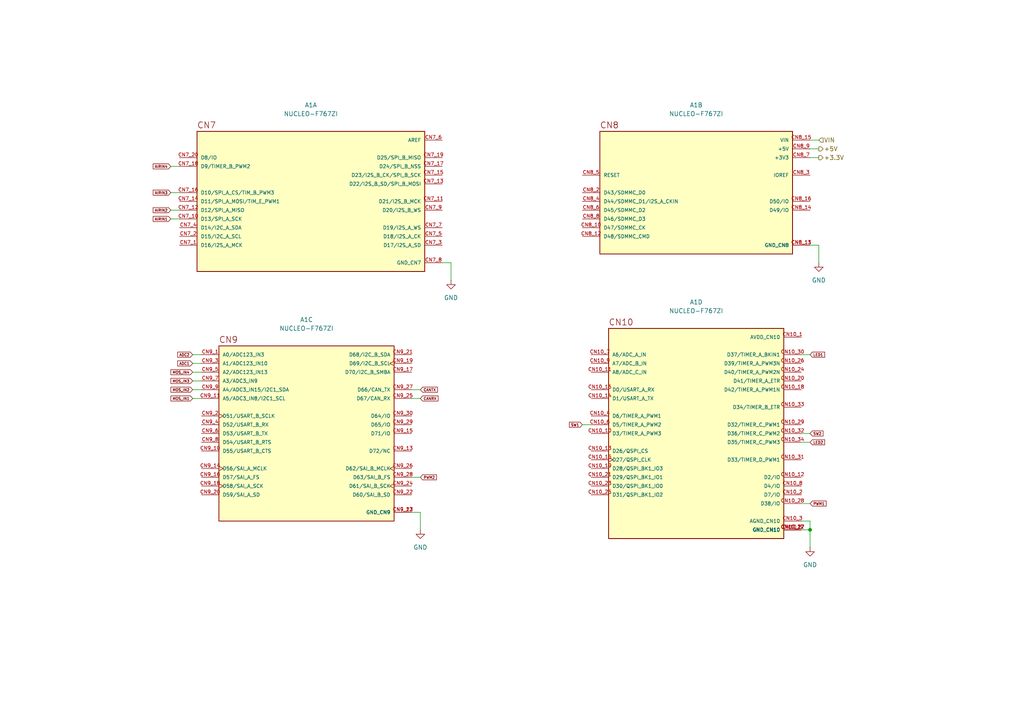
<source format=kicad_sch>
(kicad_sch (version 20231120) (generator "eeschema") (generator_version "8.0")
  (paper "A4")
  (title_block (title "Nucleo-F767-Base-Board") (date "2024-07-27") (rev "V1.0"))
  (lib_symbols
    (symbol "NUCLEO-F767ZI:NUCLEO-F767ZI" (pin_names (offset 1.016))
      (property "Reference" "A" (at -12.7 57.15 0))
      (property "Value" "NUCLEO-F767ZI" (at -12.7 -57.15 0))
      (symbol "NUCLEO-F767ZI_1_0"
        (rectangle (start -33.02 -20.32) (end 33.02 20.32) (stroke (width 0.254)) (fill (type background)))
        (text "CN7" (at -33.02 21.082 0) (effects (font (size 1.778 1.778)) (justify left bottom)))
        (pin bidirectional line (at -38.1 -12.7 0) (length 5.08) (name "D16/I2S_A_MCK") (number "CN7_1"))
        (pin bidirectional line (at -38.1 -5.08 0) (length 5.08) (name "D13/SPI_A_SCK") (number "CN7_10"))
        (pin bidirectional line (at 38.1 0 180) (length 5.08) (name "D21/I2S_B_MCK") (number "CN7_11"))
        (pin bidirectional line (at -38.1 -2.54 0) (length 5.08) (name "D12/SPI_A_MISO") (number "CN7_12"))
        (pin bidirectional line (at 38.1 5.08 180) (length 5.08) (name "D22/I2S_B_SD/SPI_B_MOSI") (number "CN7_13"))
        (pin bidirectional line (at -38.1 0 0) (length 5.08) (name "D11/SPI_A_MOSI/TIM_E_PWM1") (number "CN7_14"))
        (pin bidirectional line (at 38.1 7.62 180) (length 5.08) (name "D23/I2S_B_CK/SPI_B_SCK") (number "CN7_15"))
        (pin bidirectional line (at -38.1 2.54 0) (length 5.08) (name "D10/SPI_A_CS/TIM_B_PWM3") (number "CN7_16"))
        (pin bidirectional line (at 38.1 10.16 180) (length 5.08) (name "D24/SPI_B_NSS") (number "CN7_17"))
        (pin bidirectional line (at -38.1 10.16 0) (length 5.08) (name "D9/TIMER_B_PWM2") (number "CN7_18"))
        (pin bidirectional line (at 38.1 12.7 180) (length 5.08) (name "D25/SPI_B_MISO") (number "CN7_19"))
        (pin bidirectional line (at -38.1 -10.16 0) (length 5.08) (name "D15/I2C_A_SCL") (number "CN7_2"))
        (pin bidirectional line (at -38.1 12.7 0) (length 5.08) (name "D8/IO") (number "CN7_20"))
        (pin bidirectional line (at 38.1 -12.7 180) (length 5.08) (name "D17/I2S_A_SD") (number "CN7_3"))
        (pin bidirectional line (at -38.1 -7.62 0) (length 5.08) (name "D14/I2C_A_SDA") (number "CN7_4"))
        (pin bidirectional line (at 38.1 -10.16 180) (length 5.08) (name "D18/I2S_A_CK") (number "CN7_5"))
        (pin power_in line (at 38.1 17.78 180) (length 5.08) (name "AREF") (number "CN7_6"))
        (pin bidirectional line (at 38.1 -7.62 180) (length 5.08) (name "D19/I2S_A_WS") (number "CN7_7"))
        (pin power_in line (at 38.1 -17.78 180) (length 5.08) (name "GND_CN7") (number "CN7_8"))
        (pin bidirectional line (at 38.1 -2.54 180) (length 5.08) (name "D20/I2S_B_WS") (number "CN7_9"))
      )
      (symbol "NUCLEO-F767ZI_2_0"
        (rectangle (start -27.94 -17.78) (end 27.94 17.78) (stroke (width 0.254)) (fill (type background)))
        (text "CN8" (at -27.94 18.542 0) (effects (font (size 1.778 1.778)) (justify left bottom)))
        (pin bidirectional line (at -33.02 -10.16 0) (length 5.08) (name "D47/SDMMC_CK") (number "CN8_10"))
        (pin power_in line (at 33.02 -15.24 180) (length 5.08) (name "GND_CN8") (number "CN8_11"))
        (pin bidirectional line (at -33.02 -12.7 0) (length 5.08) (name "D48/SDMMC_CMD") (number "CN8_12"))
        (pin power_in line (at 33.02 -15.24 180) (length 5.08) (name "GND_CN8") (number "CN8_13"))
        (pin bidirectional line (at 33.02 -5.08 180) (length 5.08) (name "D49/IO") (number "CN8_14"))
        (pin power_in line (at 33.02 15.24 180) (length 5.08) (name "VIN") (number "CN8_15"))
        (pin bidirectional line (at 33.02 -2.54 180) (length 5.08) (name "D50/IO") (number "CN8_16"))
        (pin bidirectional line (at -33.02 0 0) (length 5.08) (name "D43/SDMMC_D0") (number "CN8_2"))
        (pin bidirectional line (at 33.02 5.08 180) (length 5.08) (name "IOREF") (number "CN8_3"))
        (pin bidirectional line (at -33.02 -2.54 0) (length 5.08) (name "D44/SDMMC_D1/I2S_A_CKIN") (number "CN8_4"))
        (pin bidirectional line (at -33.02 5.08 0) (length 5.08) (name "RESET") (number "CN8_5"))
        (pin bidirectional line (at -33.02 -5.08 0) (length 5.08) (name "D45/SDMMC_D2") (number "CN8_6"))
        (pin power_in line (at 33.02 10.16 180) (length 5.08) (name "+3V3") (number "CN8_7"))
        (pin bidirectional line (at -33.02 -7.62 0) (length 5.08) (name "D46/SDMMC_D3") (number "CN8_8"))
        (pin power_in line (at 33.02 12.7 180) (length 5.08) (name "+5V") (number "CN8_9"))
      )
      (symbol "NUCLEO-F767ZI_3_0"
        (rectangle (start -25.4 -25.4) (end 25.4 25.4) (stroke (width 0.254)) (fill (type background)))
        (text "CN9" (at -25.4 26.162 0) (effects (font (size 1.778 1.778)) (justify left bottom)))
        (pin input line (at -30.48 22.86 0) (length 5.08) (name "A0/ADC123_IN3") (number "CN9_1"))
        (pin bidirectional line (at -30.48 -5.08 0) (length 5.08) (name "D55/USART_B_CTS") (number "CN9_10"))
        (pin input line (at -30.48 10.16 0) (length 5.08) (name "A5/ADC3_IN8/I2C1_SCL") (number "CN9_11"))
        (pin power_in line (at 30.48 -22.86 180) (length 5.08) (name "GND_CN9") (number "CN9_12"))
        (pin bidirectional line (at 30.48 -5.08 180) (length 5.08) (name "D72/NC") (number "CN9_13"))
        (pin bidirectional clock (at -30.48 -10.16 0) (length 5.08) (name "D56/SAI_A_MCLK") (number "CN9_14"))
        (pin bidirectional line (at 30.48 0 180) (length 5.08) (name "D71/IO") (number "CN9_15"))
        (pin bidirectional line (at -30.48 -12.7 0) (length 5.08) (name "D57/SAI_A_FS") (number "CN9_16"))
        (pin bidirectional line (at 30.48 17.78 180) (length 5.08) (name "D70/I2C_B_SMBA") (number "CN9_17"))
        (pin bidirectional clock (at -30.48 -15.24 0) (length 5.08) (name "D58/SAI_A_SCK") (number "CN9_18"))
        (pin bidirectional clock (at 30.48 20.32 180) (length 5.08) (name "D69/I2C_B_SCL") (number "CN9_19"))
        (pin bidirectional clock (at -30.48 5.08 0) (length 5.08) (name "D51/USART_B_SCLK") (number "CN9_2"))
        (pin bidirectional line (at -30.48 -17.78 0) (length 5.08) (name "D59/SAI_A_SD") (number "CN9_20"))
        (pin bidirectional line (at 30.48 22.86 180) (length 5.08) (name "D68/I2C_B_SDA") (number "CN9_21"))
        (pin bidirectional line (at 30.48 -17.78 180) (length 5.08) (name "D60/SAI_B_SD") (number "CN9_22"))
        (pin power_in line (at 30.48 -22.86 180) (length 5.08) (name "GND_CN9") (number "CN9_23"))
        (pin bidirectional clock (at 30.48 -15.24 180) (length 5.08) (name "D61/SAI_B_SCK") (number "CN9_24"))
        (pin input line (at 30.48 10.16 180) (length 5.08) (name "D67/CAN_RX") (number "CN9_25"))
        (pin bidirectional clock (at 30.48 -10.16 180) (length 5.08) (name "D62/SAI_B_MCLK") (number "CN9_26"))
        (pin output line (at 30.48 12.7 180) (length 5.08) (name "D66/CAN_TX") (number "CN9_27"))
        (pin bidirectional line (at 30.48 -12.7 180) (length 5.08) (name "D63/SAI_B_FS") (number "CN9_28"))
        (pin bidirectional line (at 30.48 2.54 180) (length 5.08) (name "D65/IO") (number "CN9_29"))
        (pin input line (at -30.48 20.32 0) (length 5.08) (name "A1/ADC123_IN10") (number "CN9_3"))
        (pin bidirectional line (at 30.48 5.08 180) (length 5.08) (name "D64/IO") (number "CN9_30"))
        (pin bidirectional line (at -30.48 2.54 0) (length 5.08) (name "D52/USART_B_RX") (number "CN9_4"))
        (pin input line (at -30.48 17.78 0) (length 5.08) (name "A2/ADC123_IN13") (number "CN9_5"))
        (pin bidirectional line (at -30.48 0 0) (length 5.08) (name "D53/USART_B_TX") (number "CN9_6"))
        (pin input line (at -30.48 15.24 0) (length 5.08) (name "A3/ADC3_IN9") (number "CN9_7"))
        (pin bidirectional line (at -30.48 -2.54 0) (length 5.08) (name "D54/USART_B_RTS") (number "CN9_8"))
        (pin input line (at -30.48 12.7 0) (length 5.08) (name "A4/ADC3_IN15/I2C1_SDA") (number "CN9_9"))
      )
      (symbol "NUCLEO-F767ZI_4_0"
        (rectangle (start -25.4 -30.48) (end 25.4 30.48) (stroke (width 0.254)) (fill (type background)))
        (text "CN10" (at -25.4 31.242 0) (effects (font (size 1.778 1.778)) (justify left bottom)))
        (pin power_in line (at 30.48 27.94 180) (length 5.08) (name "AVDD_CN10") (number "CN10_1"))
        (pin bidirectional line (at -30.48 0 0) (length 5.08) (name "D3/TIMER_A_PWM3") (number "CN10_10"))
        (pin input line (at -30.48 17.78 0) (length 5.08) (name "A8/ADC_C_IN") (number "CN10_11"))
        (pin bidirectional line (at 30.48 -12.7 180) (length 5.08) (name "D2/IO") (number "CN10_12"))
        (pin bidirectional line (at -30.48 -5.08 0) (length 5.08) (name "D26/QSPI_CS") (number "CN10_13"))
        (pin output line (at -30.48 10.16 0) (length 5.08) (name "D1/USART_A_TX") (number "CN10_14"))
        (pin bidirectional clock (at -30.48 -7.62 0) (length 5.08) (name "D27/QSPI_CLK") (number "CN10_15"))
        (pin input line (at -30.48 12.7 0) (length 5.08) (name "D0/USART_A_RX") (number "CN10_16"))
        (pin power_in line (at 30.48 -27.94 180) (length 5.08) (name "GND_CN10") (number "CN10_17"))
        (pin bidirectional line (at 30.48 12.7 180) (length 5.08) (name "D42/TIMER_A_PWM1N") (number "CN10_18"))
        (pin bidirectional line (at -30.48 -10.16 0) (length 5.08) (name "D28/QSPI_BK1_IO3") (number "CN10_19"))
        (pin bidirectional line (at 30.48 -17.78 180) (length 5.08) (name "D7/IO") (number "CN10_2"))
        (pin bidirectional line (at 30.48 15.24 180) (length 5.08) (name "D41/TIMER_A_ETR") (number "CN10_20"))
        (pin bidirectional line (at -30.48 -12.7 0) (length 5.08) (name "D29/QSPI_BK1_IO1") (number "CN10_21"))
        (pin power_in line (at 30.48 -27.94 180) (length 5.08) (name "GND_CN10") (number "CN10_22"))
        (pin bidirectional line (at -30.48 -15.24 0) (length 5.08) (name "D30/QSPI_BK1_IO0") (number "CN10_23"))
        (pin bidirectional line (at 30.48 17.78 180) (length 5.08) (name "D40/TIMER_A_PWM2N") (number "CN10_24"))
        (pin bidirectional line (at -30.48 -17.78 0) (length 5.08) (name "D31/QSPI_BK1_IO2") (number "CN10_25"))
        (pin bidirectional line (at 30.48 20.32 180) (length 5.08) (name "D39/TIMER_A_PWM3N") (number "CN10_26"))
        (pin power_in line (at 30.48 -27.94 180) (length 5.08) (name "GND_CN10") (number "CN10_27"))
        (pin bidirectional line (at 30.48 -20.32 180) (length 5.08) (name "D38/IO") (number "CN10_28"))
        (pin bidirectional line (at 30.48 2.54 180) (length 5.08) (name "D32/TIMER_C_PWM1") (number "CN10_29"))
        (pin power_in line (at 30.48 -25.4 180) (length 5.08) (name "AGND_CN10") (number "CN10_3"))
        (pin bidirectional line (at 30.48 22.86 180) (length 5.08) (name "D37/TIMER_A_BKIN1") (number "CN10_30"))
        (pin bidirectional line (at 30.48 -7.62 180) (length 5.08) (name "D33/TIMER_D_PWM1") (number "CN10_31"))
        (pin bidirectional line (at 30.48 0 180) (length 5.08) (name "D36/TIMER_C_PWM2") (number "CN10_32"))
        (pin bidirectional line (at 30.48 7.62 180) (length 5.08) (name "D34/TIMER_B_ETR") (number "CN10_33"))
        (pin bidirectional line (at 30.48 -2.54 180) (length 5.08) (name "D35/TIMER_C_PWM3") (number "CN10_34"))
        (pin bidirectional line (at -30.48 5.08 0) (length 5.08) (name "D6/TIMER_A_PWM1") (number "CN10_4"))
        (pin power_in line (at 30.48 -27.94 180) (length 5.08) (name "GND_CN10") (number "CN10_5"))
        (pin bidirectional line (at -30.48 2.54 0) (length 5.08) (name "D5/TIMER_A_PWM2") (number "CN10_6"))
        (pin input line (at -30.48 22.86 0) (length 5.08) (name "A6/ADC_A_IN") (number "CN10_7"))
        (pin bidirectional line (at 30.48 -15.24 180) (length 5.08) (name "D4/IO") (number "CN10_8"))
        (pin input line (at -30.48 20.32 0) (length 5.08) (name "A7/ADC_B_IN") (number "CN10_9"))
      )
    )
    (symbol "power:GND" (power) (pin_numbers hide) (pin_names (offset 0) hide)
      (property "Value" "GND" (at 0 -3.81 0))
      (symbol "GND_0_1"
        (polyline (pts (xy 0 0) (xy 0 -1.27) (xy 1.27 -1.27) (xy 0 -2.54) (xy -1.27 -1.27) (xy 0 -1.27)))
      )
      (symbol "GND_1_1"
        (pin power_in line (at 0 0 270) (length 0) (name "~") (number "1"))
      )
    )
  )
  (junction (at 234.95 153.67))
  (wire (pts (xy 49.53 55.88) (xy 52.07 55.88)))
  (wire (pts (xy 55.88 107.95) (xy 58.42 107.95)))
  (wire (pts (xy 49.53 48.26) (xy 52.07 48.26)))
  (wire (pts (xy 234.95 71.12) (xy 237.49 71.12)))
  (wire (pts (xy 128.27 76.2) (xy 130.81 76.2)))
  (wire (pts (xy 55.88 102.87) (xy 58.42 102.87)))
  (wire (pts (xy 232.41 153.67) (xy 234.95 153.67)))
  (wire (pts (xy 49.53 63.5) (xy 52.07 63.5)))
  (wire (pts (xy 234.95 146.05) (xy 232.41 146.05)))
  (wire (pts (xy 55.88 110.49) (xy 58.42 110.49)))
  (wire (pts (xy 130.81 76.2) (xy 130.81 81.28)))
  (wire (pts (xy 237.49 40.64) (xy 234.95 40.64)))
  (wire (pts (xy 121.92 113.03) (xy 119.38 113.03)))
  (wire (pts (xy 234.95 128.27) (xy 232.41 128.27)))
  (wire (pts (xy 234.95 45.72) (xy 237.49 45.72)))
  (wire (pts (xy 234.95 151.13) (xy 232.41 151.13)))
  (wire (pts (xy 168.91 123.19) (xy 171.45 123.19)))
  (wire (pts (xy 121.92 115.57) (xy 119.38 115.57)))
  (wire (pts (xy 234.95 102.87) (xy 232.41 102.87)))
  (wire (pts (xy 234.95 153.67) (xy 234.95 151.13)))
  (wire (pts (xy 121.92 138.43) (xy 119.38 138.43)))
  (wire (pts (xy 237.49 71.12) (xy 237.49 76.2)))
  (wire (pts (xy 55.88 115.57) (xy 58.42 115.57)))
  (wire (pts (xy 49.53 60.96) (xy 52.07 60.96)))
  (wire (pts (xy 234.95 125.73) (xy 232.41 125.73)))
  (wire (pts (xy 234.95 153.67) (xy 234.95 158.75)))
  (wire (pts (xy 55.88 105.41) (xy 58.42 105.41)))
  (wire (pts (xy 121.92 148.59) (xy 121.92 153.67)))
  (wire (pts (xy 55.88 113.03) (xy 58.42 113.03)))
  (wire (pts (xy 119.38 148.59) (xy 121.92 148.59)))
  (wire (pts (xy 234.95 43.18) (xy 237.49 43.18)))
  (global_label "MOS_IN2" (shape input) (at 55.88 113.03 180) (effects (font (size 0.762 0.762))) (property "Intersheetrefs" "${INTERSHEET_REFS}" (effects (hide yes))))
  (global_label "AIRIN3" (shape input) (at 49.53 55.88 180) (effects (font (size 0.762 0.762))) (property "Intersheetrefs" "${INTERSHEET_REFS}" (effects (hide yes))))
  (global_label "ADC2" (shape input) (at 55.88 102.87 180) (effects (font (size 0.762 0.762))) (property "Intersheetrefs" "${INTERSHEET_REFS}" (effects (hide yes))))
  (global_label "AIRIN2" (shape input) (at 49.53 60.96 180) (effects (font (size 0.762 0.762))) (property "Intersheetrefs" "${INTERSHEET_REFS}" (effects (hide yes))))
  (global_label "AIRIN4" (shape input) (at 49.53 48.26 180) (effects (font (size 0.762 0.762))) (property "Intersheetrefs" "${INTERSHEET_REFS}" (effects (hide yes))))
  (global_label "AIRIN1" (shape input) (at 49.53 63.5 180) (effects (font (size 0.762 0.762))) (property "Intersheetrefs" "${INTERSHEET_REFS}" (effects (hide yes))))
  (global_label "LED2" (shape input) (at 234.95 128.27 0) (effects (font (size 0.762 0.762))) (property "Intersheetrefs" "${INTERSHEET_REFS}" (effects (hide yes))))
  (global_label "MOS_IN4" (shape input) (at 55.88 107.95 180) (effects (font (size 0.762 0.762))) (property "Intersheetrefs" "${INTERSHEET_REFS}" (effects (hide yes))))
  (global_label "MOS_IN1" (shape input) (at 55.88 115.57 180) (effects (font (size 0.762 0.762))) (property "Intersheetrefs" "${INTERSHEET_REFS}" (effects (hide yes))))
  (global_label "PWM1" (shape input) (at 234.95 146.05 0) (effects (font (size 0.762 0.762))) (property "Intersheetrefs" "${INTERSHEET_REFS}" (effects (hide yes))))
  (global_label "CANRX" (shape input) (at 121.92 115.57 0) (effects (font (size 0.762 0.762))) (property "Intersheetrefs" "${INTERSHEET_REFS}" (effects (hide yes))))
  (global_label "ADC1" (shape input) (at 55.88 105.41 180) (effects (font (size 0.762 0.762))) (property "Intersheetrefs" "${INTERSHEET_REFS}" (effects (hide yes))))
  (global_label "SW1" (shape input) (at 168.91 123.19 180) (effects (font (size 0.762 0.762))) (property "Intersheetrefs" "${INTERSHEET_REFS}" (effects (hide yes))))
  (global_label "MOS_IN3" (shape input) (at 55.88 110.49 180) (effects (font (size 0.762 0.762))) (property "Intersheetrefs" "${INTERSHEET_REFS}" (effects (hide yes))))
  (global_label "PWM2" (shape input) (at 121.92 138.43 0) (effects (font (size 0.762 0.762))) (property "Intersheetrefs" "${INTERSHEET_REFS}" (effects (hide yes))))
  (global_label "SW2" (shape input) (at 234.95 125.73 0) (effects (font (size 0.762 0.762))) (property "Intersheetrefs" "${INTERSHEET_REFS}" (effects (hide yes))))
  (global_label "LED1" (shape input) (at 234.95 102.87 0) (effects (font (size 0.762 0.762))) (property "Intersheetrefs" "${INTERSHEET_REFS}" (effects (hide yes))))
  (global_label "CANTX" (shape input) (at 121.92 113.03 0) (effects (font (size 0.762 0.762))) (property "Intersheetrefs" "${INTERSHEET_REFS}" (effects (hide yes))))
  (hierarchical_label "+5V" (shape output) (at 237.49 43.18 0))
  (hierarchical_label "+3.3V" (shape output) (at 237.49 45.72 0))
  (hierarchical_label "VIN" (shape input) (at 237.49 40.64 0))
  (symbol (lib_id "power:GND") (at 130.81 81.28 0) (unit 1)
    (property "Reference" "#PWR03" (effects (hide yes)))
    (property "Value" "GND" (at 130.81 86.36 0))
    (property "Description" "Power symbol creates a global label with name \"GND\" , ground" (effects (hide yes)))
  )
  (symbol (lib_id "power:GND") (at 237.49 76.2 0) (unit 1)
    (property "Reference" "#PWR04" (effects (hide yes)))
    (property "Value" "GND" (at 237.49 81.28 0))
    (property "Description" "Power symbol creates a global label with name \"GND\" , ground" (effects (hide yes)))
  )
  (symbol (lib_id "NUCLEO-F767ZI:NUCLEO-F767ZI") (at 90.17 58.42 0) (unit 1)
    (property "Reference" "A1" (at 90.17 30.48 0))
    (property "Value" "NUCLEO-F767ZI" (at 90.17 33.02 0))
    (property "Footprint" "nucleo-f767:ST_NUCLEO-F767ZI" (effects (hide yes)))
    (property "MP" "NUCLEO-F767ZI" (effects (hide yes)))
  )
  (symbol (lib_id "power:GND") (at 121.92 153.67 0) (unit 1)
    (property "Reference" "#PWR06" (effects (hide yes)))
    (property "Value" "GND" (at 121.92 158.75 0))
    (property "Description" "Power symbol creates a global label with name \"GND\" , ground" (effects (hide yes)))
  )
  (symbol (lib_id "NUCLEO-F767ZI:NUCLEO-F767ZI") (at 88.9 125.73 0) (unit 3)
    (property "Reference" "A1" (at 88.9 92.71 0))
    (property "Value" "NUCLEO-F767ZI" (at 88.9 95.25 0))
    (property "Footprint" "nucleo-f767:ST_NUCLEO-F767ZI" (effects (hide yes)))
    (property "MP" "NUCLEO-F767ZI" (effects (hide yes)))
  )
  (symbol (lib_id "NUCLEO-F767ZI:NUCLEO-F767ZI") (at 201.93 125.73 0) (unit 4)
    (property "Reference" "A1" (at 201.93 87.63 0))
    (property "Value" "NUCLEO-F767ZI" (at 201.93 90.17 0))
    (property "Footprint" "nucleo-f767:ST_NUCLEO-F767ZI" (effects (hide yes)))
    (property "MP" "NUCLEO-F767ZI" (effects (hide yes)))
  )
  (symbol (lib_id "NUCLEO-F767ZI:NUCLEO-F767ZI") (at 201.93 55.88 0) (unit 2)
    (property "Reference" "A1" (at 201.93 30.48 0))
    (property "Value" "NUCLEO-F767ZI" (at 201.93 33.02 0))
    (property "Footprint" "nucleo-f767:ST_NUCLEO-F767ZI" (effects (hide yes)))
    (property "MP" "NUCLEO-F767ZI" (effects (hide yes)))
  )
  (symbol (lib_id "power:GND") (at 234.95 158.75 0) (unit 1)
    (property "Reference" "#PWR05" (effects (hide yes)))
    (property "Value" "GND" (at 234.95 163.83 0))
    (property "Description" "Power symbol creates a global label with name \"GND\" , ground" (effects (hide yes)))
  )
)
</source>
